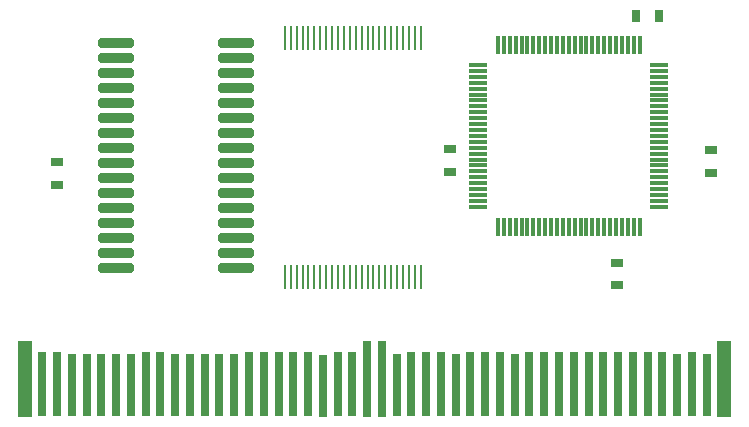
<source format=gbr>
%TF.GenerationSoftware,KiCad,Pcbnew,9.0.1*%
%TF.CreationDate,2025-04-21T15:30:43-04:00*%
%TF.ProjectId,AliWSV3,416c6957-5356-4332-9e6b-696361645f70,rev?*%
%TF.SameCoordinates,Original*%
%TF.FileFunction,Paste,Top*%
%TF.FilePolarity,Positive*%
%FSLAX46Y46*%
G04 Gerber Fmt 4.6, Leading zero omitted, Abs format (unit mm)*
G04 Created by KiCad (PCBNEW 9.0.1) date 2025-04-21 15:30:43*
%MOMM*%
%LPD*%
G01*
G04 APERTURE LIST*
G04 Aperture macros list*
%AMRoundRect*
0 Rectangle with rounded corners*
0 $1 Rounding radius*
0 $2 $3 $4 $5 $6 $7 $8 $9 X,Y pos of 4 corners*
0 Add a 4 corners polygon primitive as box body*
4,1,4,$2,$3,$4,$5,$6,$7,$8,$9,$2,$3,0*
0 Add four circle primitives for the rounded corners*
1,1,$1+$1,$2,$3*
1,1,$1+$1,$4,$5*
1,1,$1+$1,$6,$7*
1,1,$1+$1,$8,$9*
0 Add four rect primitives between the rounded corners*
20,1,$1+$1,$2,$3,$4,$5,0*
20,1,$1+$1,$4,$5,$6,$7,0*
20,1,$1+$1,$6,$7,$8,$9,0*
20,1,$1+$1,$8,$9,$2,$3,0*%
G04 Aperture macros list end*
%ADD10R,0.800000X1.000000*%
%ADD11R,0.280000X2.000000*%
%ADD12RoundRect,0.075000X0.725000X0.075000X-0.725000X0.075000X-0.725000X-0.075000X0.725000X-0.075000X0*%
%ADD13RoundRect,0.075000X0.075000X0.725000X-0.075000X0.725000X-0.075000X-0.725000X0.075000X-0.725000X0*%
%ADD14R,1.000000X0.800000*%
%ADD15RoundRect,0.200000X-1.300000X-0.200000X1.300000X-0.200000X1.300000X0.200000X-1.300000X0.200000X0*%
%ADD16R,1.200000X6.450000*%
%ADD17R,0.800000X5.500000*%
%ADD18R,0.800000X5.250000*%
%ADD19R,0.800000X6.450000*%
G04 APERTURE END LIST*
D10*
%TO.C,C3*%
X151800000Y-117000000D03*
X153700000Y-117000000D03*
%TD*%
D11*
%TO.C,U2*%
X122050000Y-139115000D03*
X122550000Y-139115000D03*
X123050000Y-139115000D03*
X123550000Y-139115000D03*
X124050000Y-139115000D03*
X124550000Y-139115000D03*
X125050000Y-139115000D03*
X125550000Y-139115000D03*
X126050000Y-139115000D03*
X126550000Y-139115000D03*
X127050000Y-139115000D03*
X127550000Y-139115000D03*
X128050000Y-139115000D03*
X128550000Y-139115000D03*
X129050000Y-139115000D03*
X129550000Y-139115000D03*
X130050000Y-139115000D03*
X130550000Y-139115000D03*
X131050000Y-139115000D03*
X131550000Y-139115000D03*
X132050000Y-139115000D03*
X132550000Y-139115000D03*
X133050000Y-139115000D03*
X133550000Y-139115000D03*
X133550000Y-118865000D03*
X133050000Y-118865000D03*
X132550000Y-118865000D03*
X132050000Y-118865000D03*
X131550000Y-118865000D03*
X131050000Y-118865000D03*
X130550000Y-118865000D03*
X130050000Y-118865000D03*
X129550000Y-118865000D03*
X129050000Y-118865000D03*
X128550000Y-118865000D03*
X128050000Y-118865000D03*
X127550000Y-118865000D03*
X127050000Y-118865000D03*
X126550000Y-118865000D03*
X126050000Y-118865000D03*
X125550000Y-118865000D03*
X125050000Y-118865000D03*
X124550000Y-118865000D03*
X124050000Y-118865000D03*
X123550000Y-118865000D03*
X123050000Y-118865000D03*
X122550000Y-118865000D03*
X122050000Y-118865000D03*
%TD*%
D12*
%TO.C,U1*%
X153765000Y-133190000D03*
X153765000Y-132690000D03*
X153765000Y-132190000D03*
X153765000Y-131690000D03*
X153765000Y-131190000D03*
X153765000Y-130690000D03*
X153765000Y-130190000D03*
X153765000Y-129690000D03*
X153765000Y-129190000D03*
X153765000Y-128690000D03*
X153765000Y-128190000D03*
X153765000Y-127690000D03*
X153765000Y-127190000D03*
X153765000Y-126690000D03*
X153765000Y-126190000D03*
X153765000Y-125690000D03*
X153765000Y-125190000D03*
X153765000Y-124690000D03*
X153765000Y-124190000D03*
X153765000Y-123690000D03*
X153765000Y-123190000D03*
X153765000Y-122690000D03*
X153765000Y-122190000D03*
X153765000Y-121690000D03*
X153765000Y-121190000D03*
D13*
X152090000Y-119515000D03*
X151590000Y-119515000D03*
X151090000Y-119515000D03*
X150590000Y-119515000D03*
X150090000Y-119515000D03*
X149590000Y-119515000D03*
X149090000Y-119515000D03*
X148590000Y-119515000D03*
X148090000Y-119515000D03*
X147590000Y-119515000D03*
X147090000Y-119515000D03*
X146590000Y-119515000D03*
X146090000Y-119515000D03*
X145590000Y-119515000D03*
X145090000Y-119515000D03*
X144590000Y-119515000D03*
X144090000Y-119515000D03*
X143590000Y-119515000D03*
X143090000Y-119515000D03*
X142590000Y-119515000D03*
X142090000Y-119515000D03*
X141590000Y-119515000D03*
X141090000Y-119515000D03*
X140590000Y-119515000D03*
X140090000Y-119515000D03*
D12*
X138415000Y-121190000D03*
X138415000Y-121690000D03*
X138415000Y-122190000D03*
X138415000Y-122690000D03*
X138415000Y-123190000D03*
X138415000Y-123690000D03*
X138415000Y-124190000D03*
X138415000Y-124690000D03*
X138415000Y-125190000D03*
X138415000Y-125690000D03*
X138415000Y-126190000D03*
X138415000Y-126690000D03*
X138415000Y-127190000D03*
X138415000Y-127690000D03*
X138415000Y-128190000D03*
X138415000Y-128690000D03*
X138415000Y-129190000D03*
X138415000Y-129690000D03*
X138415000Y-130190000D03*
X138415000Y-130690000D03*
X138415000Y-131190000D03*
X138415000Y-131690000D03*
X138415000Y-132190000D03*
X138415000Y-132690000D03*
X138415000Y-133190000D03*
D13*
X140090000Y-134865000D03*
X140590000Y-134865000D03*
X141090000Y-134865000D03*
X141590000Y-134865000D03*
X142090000Y-134865000D03*
X142590000Y-134865000D03*
X143090000Y-134865000D03*
X143590000Y-134865000D03*
X144090000Y-134865000D03*
X144590000Y-134865000D03*
X145090000Y-134865000D03*
X145590000Y-134865000D03*
X146090000Y-134865000D03*
X146590000Y-134865000D03*
X147090000Y-134865000D03*
X147590000Y-134865000D03*
X148090000Y-134865000D03*
X148590000Y-134865000D03*
X149090000Y-134865000D03*
X149590000Y-134865000D03*
X150090000Y-134865000D03*
X150590000Y-134865000D03*
X151090000Y-134865000D03*
X151590000Y-134865000D03*
X152090000Y-134865000D03*
%TD*%
D14*
%TO.C,C4*%
X150190000Y-137940000D03*
X150190000Y-139840000D03*
%TD*%
%TO.C,C2*%
X158130000Y-130300000D03*
X158130000Y-128400000D03*
%TD*%
D15*
%TO.C,M1*%
X117900000Y-138370000D03*
X117900000Y-137100000D03*
X117900000Y-135830000D03*
X117900000Y-134560000D03*
X117900000Y-133290000D03*
X117900000Y-132020000D03*
X117900000Y-130750000D03*
X117900000Y-129480000D03*
X117900000Y-128210000D03*
X117900000Y-126940000D03*
X117900000Y-125670000D03*
X117900000Y-124400000D03*
X117900000Y-123130000D03*
X117900000Y-121860000D03*
X117900000Y-120590000D03*
X117900000Y-119320000D03*
X107740000Y-119320000D03*
X107740000Y-120590000D03*
X107740000Y-121860000D03*
X107740000Y-123130000D03*
X107740000Y-124400000D03*
X107740000Y-125670000D03*
X107740000Y-126940000D03*
X107740000Y-128210000D03*
X107740000Y-129480000D03*
X107740000Y-130750000D03*
X107740000Y-132020000D03*
X107740000Y-133290000D03*
X107740000Y-134560000D03*
X107740000Y-135830000D03*
X107740000Y-137100000D03*
X107740000Y-138370000D03*
%TD*%
D14*
%TO.C,C5*%
X136017000Y-130236000D03*
X136017000Y-128336000D03*
%TD*%
D16*
%TO.C,J1*%
X100045000Y-147750000D03*
D17*
X101515000Y-148200000D03*
X102765000Y-148200000D03*
D18*
X104015000Y-148320000D03*
X105265000Y-148320000D03*
X106515000Y-148320000D03*
X107765000Y-148320000D03*
X109015000Y-148320000D03*
D17*
X110265000Y-148200000D03*
X111515000Y-148200000D03*
D18*
X112765000Y-148320000D03*
X114015000Y-148320000D03*
X115265000Y-148320000D03*
X116515000Y-148320000D03*
X117765000Y-148320000D03*
D17*
X119015000Y-148200000D03*
X120265000Y-148200000D03*
X121515000Y-148200000D03*
X122765000Y-148200000D03*
X124015000Y-148200000D03*
D18*
X125285000Y-148330000D03*
D17*
X126515000Y-148200000D03*
X127765000Y-148200000D03*
D19*
X129025000Y-147750000D03*
X130275000Y-147750000D03*
D18*
X131515000Y-148320000D03*
D17*
X132765000Y-148200000D03*
X134015000Y-148200000D03*
X135265000Y-148200000D03*
D18*
X136515000Y-148320000D03*
D17*
X137765000Y-148200000D03*
X139015000Y-148200000D03*
X140265000Y-148200000D03*
D18*
X141515000Y-148320000D03*
D17*
X142765000Y-148200000D03*
X144015000Y-148200000D03*
X145265000Y-148200000D03*
X146515000Y-148200000D03*
X147765000Y-148200000D03*
X149015000Y-148200000D03*
X150265000Y-148200000D03*
X151515000Y-148200000D03*
X152765000Y-148200000D03*
X154015000Y-148200000D03*
D18*
X155265000Y-148320000D03*
D17*
X156515000Y-148200000D03*
D18*
X157765000Y-148320000D03*
D16*
X159245000Y-147750000D03*
%TD*%
D14*
%TO.C,C1*%
X102743000Y-131320000D03*
X102743000Y-129420000D03*
%TD*%
M02*

</source>
